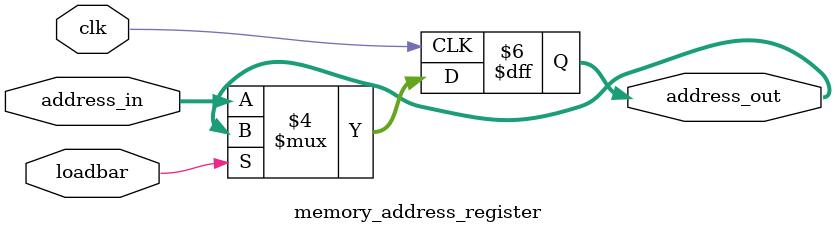
<source format=v>
module memory_address_register(
input clk,
input [3:0] address_in,
input loadbar,
output reg [3:0] address_out
);

	
	//reg [3:0] address_out_temp;

    always@(posedge clk)
    begin 
        if(!loadbar)
            address_out<=address_in;
        else
            address_out<=address_out;
    end

    //always@(*)
    //begin
    //    if(!output_bar)
    //    begin
    //        address_out<=address_out_temp;
    //    end
    //    else
    //        address_out<=64'bz;
    //end


endmodule

</source>
